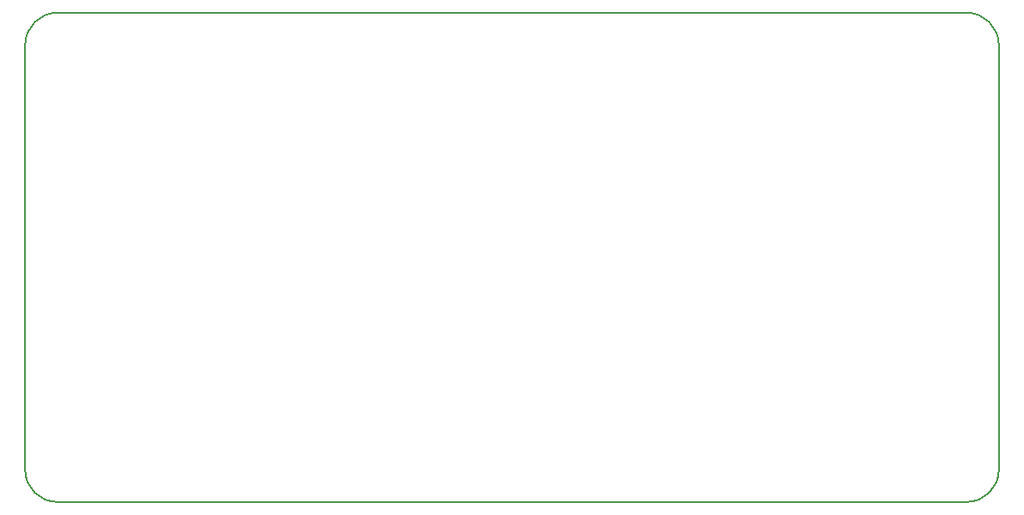
<source format=gm1>
G04 #@! TF.FileFunction,Profile,NP*
%FSLAX46Y46*%
G04 Gerber Fmt 4.6, Leading zero omitted, Abs format (unit mm)*
G04 Created by KiCad (PCBNEW 4.0.6) date Fri Jul 21 15:58:06 2017*
%MOMM*%
%LPD*%
G01*
G04 APERTURE LIST*
%ADD10C,0.100000*%
%ADD11C,0.150000*%
G04 APERTURE END LIST*
D10*
D11*
X144793000Y-35570000D02*
G75*
G03X141618000Y-32395000I-3175000J0D01*
G01*
X141618000Y-80655000D02*
G75*
G03X144793000Y-77480000I0J3175000D01*
G01*
X48908000Y-77480000D02*
G75*
G03X52083000Y-80655000I3175000J0D01*
G01*
X52083000Y-32395000D02*
G75*
G03X48908000Y-35570000I0J-3175000D01*
G01*
X48908000Y-35570000D02*
X48908000Y-77480000D01*
X141618000Y-32395000D02*
X52083000Y-32395000D01*
X144793000Y-77480000D02*
X144793000Y-35570000D01*
X52083000Y-80655000D02*
X141618000Y-80655000D01*
M02*

</source>
